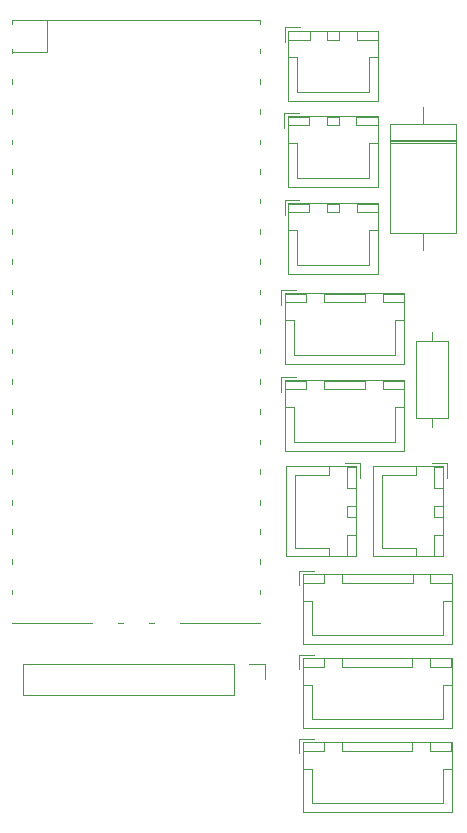
<source format=gbr>
%TF.GenerationSoftware,KiCad,Pcbnew,7.0.2*%
%TF.CreationDate,2023-09-09T23:31:49+02:00*%
%TF.ProjectId,Husvagn,48757376-6167-46e2-9e6b-696361645f70,rev?*%
%TF.SameCoordinates,Original*%
%TF.FileFunction,Legend,Top*%
%TF.FilePolarity,Positive*%
%FSLAX46Y46*%
G04 Gerber Fmt 4.6, Leading zero omitted, Abs format (unit mm)*
G04 Created by KiCad (PCBNEW 7.0.2) date 2023-09-09 23:31:49*
%MOMM*%
%LPD*%
G01*
G04 APERTURE LIST*
%ADD10C,0.120000*%
G04 APERTURE END LIST*
D10*
%TO.C,Screen3*%
X171216000Y-126953000D02*
X158596000Y-126953000D01*
X171206000Y-129213000D02*
X170456000Y-129213000D01*
X170456000Y-132163000D02*
X164906000Y-132163000D01*
X158606000Y-129213000D02*
X159356000Y-129213000D01*
X158596000Y-132923000D02*
X171216000Y-132923000D01*
X158596000Y-126953000D02*
X158596000Y-132923000D01*
X171216000Y-132923000D02*
X171216000Y-126953000D01*
X169406000Y-127713000D02*
X171206000Y-127713000D01*
X167906000Y-127713000D02*
X167906000Y-126963000D01*
X159556000Y-126663000D02*
X158306000Y-126663000D01*
X170456000Y-129213000D02*
X170456000Y-132163000D01*
X160406000Y-127713000D02*
X160406000Y-126963000D01*
X158306000Y-126663000D02*
X158306000Y-127913000D01*
X158606000Y-126963000D02*
X158606000Y-127713000D01*
X171206000Y-126963000D02*
X169406000Y-126963000D01*
X158606000Y-127713000D02*
X160406000Y-127713000D01*
X169406000Y-126963000D02*
X169406000Y-127713000D01*
X159356000Y-129213000D02*
X159356000Y-132163000D01*
X167906000Y-126963000D02*
X161906000Y-126963000D01*
X160406000Y-126963000D02*
X158606000Y-126963000D01*
X171206000Y-127713000D02*
X171206000Y-126963000D01*
X159356000Y-132163000D02*
X164906000Y-132163000D01*
X161906000Y-127713000D02*
X167906000Y-127713000D01*
X161906000Y-126963000D02*
X161906000Y-127713000D01*
%TO.C,Screen2*%
X171216000Y-119841000D02*
X158596000Y-119841000D01*
X171206000Y-122101000D02*
X170456000Y-122101000D01*
X170456000Y-125051000D02*
X164906000Y-125051000D01*
X158606000Y-122101000D02*
X159356000Y-122101000D01*
X158596000Y-125811000D02*
X171216000Y-125811000D01*
X158596000Y-119841000D02*
X158596000Y-125811000D01*
X171216000Y-125811000D02*
X171216000Y-119841000D01*
X169406000Y-120601000D02*
X171206000Y-120601000D01*
X167906000Y-120601000D02*
X167906000Y-119851000D01*
X159556000Y-119551000D02*
X158306000Y-119551000D01*
X170456000Y-122101000D02*
X170456000Y-125051000D01*
X160406000Y-120601000D02*
X160406000Y-119851000D01*
X158306000Y-119551000D02*
X158306000Y-120801000D01*
X158606000Y-119851000D02*
X158606000Y-120601000D01*
X171206000Y-119851000D02*
X169406000Y-119851000D01*
X158606000Y-120601000D02*
X160406000Y-120601000D01*
X169406000Y-119851000D02*
X169406000Y-120601000D01*
X159356000Y-122101000D02*
X159356000Y-125051000D01*
X167906000Y-119851000D02*
X161906000Y-119851000D01*
X160406000Y-119851000D02*
X158606000Y-119851000D01*
X171206000Y-120601000D02*
X171206000Y-119851000D01*
X159356000Y-125051000D02*
X164906000Y-125051000D01*
X161906000Y-120601000D02*
X167906000Y-120601000D01*
X161906000Y-119851000D02*
X161906000Y-120601000D01*
%TO.C,J3*%
X166439000Y-101556000D02*
X162139000Y-101556000D01*
X167189000Y-96356000D02*
X165389000Y-96356000D01*
X158889000Y-96356000D02*
X157089000Y-96356000D01*
X165389000Y-96356000D02*
X165389000Y-97106000D01*
X167189000Y-98606000D02*
X166439000Y-98606000D01*
X166439000Y-98606000D02*
X166439000Y-101556000D01*
X163889000Y-96356000D02*
X160389000Y-96356000D01*
X167189000Y-97106000D02*
X167189000Y-96356000D01*
X158039000Y-96056000D02*
X156789000Y-96056000D01*
X167199000Y-96346000D02*
X157079000Y-96346000D01*
X157089000Y-96356000D02*
X157089000Y-97106000D01*
X157839000Y-101556000D02*
X162139000Y-101556000D01*
X163889000Y-97106000D02*
X163889000Y-96356000D01*
X157079000Y-96346000D02*
X157079000Y-102316000D01*
X157089000Y-98606000D02*
X157839000Y-98606000D01*
X157839000Y-98606000D02*
X157839000Y-101556000D01*
X165389000Y-97106000D02*
X167189000Y-97106000D01*
X158889000Y-97106000D02*
X158889000Y-96356000D01*
X160389000Y-96356000D02*
X160389000Y-97106000D01*
X167199000Y-102316000D02*
X167199000Y-96346000D01*
X157089000Y-97106000D02*
X158889000Y-97106000D01*
X160389000Y-97106000D02*
X163889000Y-97106000D01*
X157079000Y-102316000D02*
X167199000Y-102316000D01*
X156789000Y-96056000D02*
X156789000Y-97306000D01*
%TO.C,ScreenSW3*%
X168238000Y-111242000D02*
X168238000Y-110492000D01*
X168238000Y-110492000D02*
X165288000Y-110492000D01*
X165288000Y-110492000D02*
X165288000Y-107442000D01*
X168238000Y-104392000D02*
X165288000Y-104392000D01*
X170488000Y-107942000D02*
X170488000Y-106942000D01*
X170488000Y-106942000D02*
X169738000Y-106942000D01*
X169738000Y-106942000D02*
X169738000Y-107942000D01*
X169738000Y-109442000D02*
X169738000Y-111242000D01*
X170488000Y-111242000D02*
X170488000Y-109442000D01*
X170788000Y-103342000D02*
X169538000Y-103342000D01*
X170498000Y-103632000D02*
X164528000Y-103632000D01*
X170488000Y-103642000D02*
X169738000Y-103642000D01*
X164528000Y-103632000D02*
X164528000Y-111252000D01*
X169738000Y-107942000D02*
X170488000Y-107942000D01*
X168238000Y-103642000D02*
X168238000Y-104392000D01*
X169738000Y-103642000D02*
X169738000Y-105442000D01*
X170788000Y-104592000D02*
X170788000Y-103342000D01*
X169738000Y-111242000D02*
X170488000Y-111242000D01*
X170488000Y-105442000D02*
X170488000Y-103642000D01*
X170498000Y-111252000D02*
X170498000Y-103632000D01*
X165288000Y-104392000D02*
X165288000Y-107442000D01*
X170488000Y-109442000D02*
X169738000Y-109442000D01*
X164528000Y-111252000D02*
X170498000Y-111252000D01*
X169738000Y-105442000D02*
X170488000Y-105442000D01*
%TO.C,U1*%
X133984000Y-65863000D02*
X133984000Y-66163000D01*
X133984000Y-65863000D02*
X154984000Y-65863000D01*
X133984000Y-68263000D02*
X133984000Y-68663000D01*
X133984000Y-68530000D02*
X136991000Y-68530000D01*
X133984000Y-70863000D02*
X133984000Y-71263000D01*
X133984000Y-73363000D02*
X133984000Y-73763000D01*
X133984000Y-75963000D02*
X133984000Y-76363000D01*
X133984000Y-78463000D02*
X133984000Y-78863000D01*
X133984000Y-80963000D02*
X133984000Y-81363000D01*
X133984000Y-83563000D02*
X133984000Y-83963000D01*
X133984000Y-86063000D02*
X133984000Y-86463000D01*
X133984000Y-88663000D02*
X133984000Y-89063000D01*
X133984000Y-91163000D02*
X133984000Y-91563000D01*
X133984000Y-93663000D02*
X133984000Y-94063000D01*
X133984000Y-96263000D02*
X133984000Y-96663000D01*
X133984000Y-98763000D02*
X133984000Y-99163000D01*
X133984000Y-101363000D02*
X133984000Y-101763000D01*
X133984000Y-103863000D02*
X133984000Y-104263000D01*
X133984000Y-106463000D02*
X133984000Y-106863000D01*
X133984000Y-108963000D02*
X133984000Y-109363000D01*
X133984000Y-111463000D02*
X133984000Y-111863000D01*
X133984000Y-114063000D02*
X133984000Y-114463000D01*
X136991000Y-68530000D02*
X136991000Y-65863000D01*
X140784000Y-116863000D02*
X133984000Y-116863000D01*
X142984000Y-116863000D02*
X143384000Y-116863000D01*
X145584000Y-116863000D02*
X145984000Y-116863000D01*
X154984000Y-65863000D02*
X154984000Y-66163000D01*
X154984000Y-68263000D02*
X154984000Y-68663000D01*
X154984000Y-70863000D02*
X154984000Y-71263000D01*
X154984000Y-73363000D02*
X154984000Y-73763000D01*
X154984000Y-75963000D02*
X154984000Y-76363000D01*
X154984000Y-78463000D02*
X154984000Y-78863000D01*
X154984000Y-80963000D02*
X154984000Y-81363000D01*
X154984000Y-83563000D02*
X154984000Y-83963000D01*
X154984000Y-86063000D02*
X154984000Y-86463000D01*
X154984000Y-88663000D02*
X154984000Y-89063000D01*
X154984000Y-91163000D02*
X154984000Y-91563000D01*
X154984000Y-93663000D02*
X154984000Y-94063000D01*
X154984000Y-96263000D02*
X154984000Y-96663000D01*
X154984000Y-98763000D02*
X154984000Y-99163000D01*
X154984000Y-101363000D02*
X154984000Y-101763000D01*
X154984000Y-103863000D02*
X154984000Y-104263000D01*
X154984000Y-106463000D02*
X154984000Y-106863000D01*
X154984000Y-108963000D02*
X154984000Y-109363000D01*
X154984000Y-111463000D02*
X154984000Y-111863000D01*
X154984000Y-114063000D02*
X154984000Y-114463000D01*
X154984000Y-116863000D02*
X148184000Y-116863000D01*
%TO.C,J1*%
X166439000Y-94190000D02*
X162139000Y-94190000D01*
X167189000Y-88990000D02*
X165389000Y-88990000D01*
X158889000Y-88990000D02*
X157089000Y-88990000D01*
X165389000Y-88990000D02*
X165389000Y-89740000D01*
X167189000Y-91240000D02*
X166439000Y-91240000D01*
X166439000Y-91240000D02*
X166439000Y-94190000D01*
X163889000Y-88990000D02*
X160389000Y-88990000D01*
X167189000Y-89740000D02*
X167189000Y-88990000D01*
X158039000Y-88690000D02*
X156789000Y-88690000D01*
X167199000Y-88980000D02*
X157079000Y-88980000D01*
X157089000Y-88990000D02*
X157089000Y-89740000D01*
X157839000Y-94190000D02*
X162139000Y-94190000D01*
X163889000Y-89740000D02*
X163889000Y-88990000D01*
X157079000Y-88980000D02*
X157079000Y-94950000D01*
X157089000Y-91240000D02*
X157839000Y-91240000D01*
X157839000Y-91240000D02*
X157839000Y-94190000D01*
X165389000Y-89740000D02*
X167189000Y-89740000D01*
X158889000Y-89740000D02*
X158889000Y-88990000D01*
X160389000Y-88990000D02*
X160389000Y-89740000D01*
X167199000Y-94950000D02*
X167199000Y-88980000D01*
X157089000Y-89740000D02*
X158889000Y-89740000D01*
X160389000Y-89740000D02*
X163889000Y-89740000D01*
X157079000Y-94950000D02*
X167199000Y-94950000D01*
X156789000Y-88690000D02*
X156789000Y-89940000D01*
%TO.C,D1*%
X168783000Y-73168000D02*
X168783000Y-74628000D01*
X171553000Y-74628000D02*
X166013000Y-74628000D01*
X166013000Y-74628000D02*
X166013000Y-83868000D01*
X171553000Y-75978000D02*
X166013000Y-75978000D01*
X171553000Y-76098000D02*
X166013000Y-76098000D01*
X171553000Y-76218000D02*
X166013000Y-76218000D01*
X171553000Y-83868000D02*
X171553000Y-74628000D01*
X166013000Y-83868000D02*
X171553000Y-83868000D01*
X168783000Y-85328000D02*
X168783000Y-83868000D01*
%TO.C,Screen1*%
X171223000Y-118699000D02*
X171223000Y-112729000D01*
X171223000Y-112729000D02*
X158603000Y-112729000D01*
X171213000Y-114989000D02*
X170463000Y-114989000D01*
X171213000Y-113489000D02*
X171213000Y-112739000D01*
X171213000Y-112739000D02*
X169413000Y-112739000D01*
X170463000Y-117939000D02*
X164913000Y-117939000D01*
X170463000Y-114989000D02*
X170463000Y-117939000D01*
X169413000Y-113489000D02*
X171213000Y-113489000D01*
X169413000Y-112739000D02*
X169413000Y-113489000D01*
X167913000Y-113489000D02*
X167913000Y-112739000D01*
X167913000Y-112739000D02*
X161913000Y-112739000D01*
X161913000Y-113489000D02*
X167913000Y-113489000D01*
X161913000Y-112739000D02*
X161913000Y-113489000D01*
X160413000Y-113489000D02*
X160413000Y-112739000D01*
X160413000Y-112739000D02*
X158613000Y-112739000D01*
X159563000Y-112439000D02*
X158313000Y-112439000D01*
X159363000Y-117939000D02*
X164913000Y-117939000D01*
X159363000Y-114989000D02*
X159363000Y-117939000D01*
X158613000Y-114989000D02*
X159363000Y-114989000D01*
X158613000Y-113489000D02*
X160413000Y-113489000D01*
X158613000Y-112739000D02*
X158613000Y-113489000D01*
X158603000Y-118699000D02*
X171223000Y-118699000D01*
X158603000Y-112729000D02*
X158603000Y-118699000D01*
X158313000Y-112439000D02*
X158313000Y-113689000D01*
%TO.C,ScreenSW1*%
X157083000Y-81070000D02*
X157083000Y-82320000D01*
X157373000Y-81360000D02*
X157373000Y-87330000D01*
X157373000Y-87330000D02*
X164993000Y-87330000D01*
X157383000Y-81370000D02*
X157383000Y-82120000D01*
X157383000Y-82120000D02*
X159183000Y-82120000D01*
X157383000Y-83620000D02*
X158133000Y-83620000D01*
X158133000Y-83620000D02*
X158133000Y-86570000D01*
X158133000Y-86570000D02*
X161183000Y-86570000D01*
X158333000Y-81070000D02*
X157083000Y-81070000D01*
X159183000Y-81370000D02*
X157383000Y-81370000D01*
X159183000Y-82120000D02*
X159183000Y-81370000D01*
X160683000Y-81370000D02*
X160683000Y-82120000D01*
X160683000Y-82120000D02*
X161683000Y-82120000D01*
X161683000Y-81370000D02*
X160683000Y-81370000D01*
X161683000Y-82120000D02*
X161683000Y-81370000D01*
X163183000Y-81370000D02*
X163183000Y-82120000D01*
X163183000Y-82120000D02*
X164983000Y-82120000D01*
X164233000Y-83620000D02*
X164233000Y-86570000D01*
X164233000Y-86570000D02*
X161183000Y-86570000D01*
X164983000Y-81370000D02*
X163183000Y-81370000D01*
X164983000Y-82120000D02*
X164983000Y-81370000D01*
X164983000Y-83620000D02*
X164233000Y-83620000D01*
X164993000Y-81360000D02*
X157373000Y-81360000D01*
X164993000Y-87330000D02*
X164993000Y-81360000D01*
%TO.C,Power1*%
X157043000Y-73704000D02*
X157043000Y-74954000D01*
X157333000Y-73994000D02*
X157333000Y-79964000D01*
X157333000Y-79964000D02*
X164953000Y-79964000D01*
X157343000Y-74004000D02*
X157343000Y-74754000D01*
X157343000Y-74754000D02*
X159143000Y-74754000D01*
X157343000Y-76254000D02*
X158093000Y-76254000D01*
X158093000Y-76254000D02*
X158093000Y-79204000D01*
X158093000Y-79204000D02*
X161143000Y-79204000D01*
X158293000Y-73704000D02*
X157043000Y-73704000D01*
X159143000Y-74004000D02*
X157343000Y-74004000D01*
X159143000Y-74754000D02*
X159143000Y-74004000D01*
X160643000Y-74004000D02*
X160643000Y-74754000D01*
X160643000Y-74754000D02*
X161643000Y-74754000D01*
X161643000Y-74004000D02*
X160643000Y-74004000D01*
X161643000Y-74754000D02*
X161643000Y-74004000D01*
X163143000Y-74004000D02*
X163143000Y-74754000D01*
X163143000Y-74754000D02*
X164943000Y-74754000D01*
X164193000Y-76254000D02*
X164193000Y-79204000D01*
X164193000Y-79204000D02*
X161143000Y-79204000D01*
X164943000Y-74004000D02*
X163143000Y-74004000D01*
X164943000Y-74754000D02*
X164943000Y-74004000D01*
X164943000Y-76254000D02*
X164193000Y-76254000D01*
X164953000Y-73994000D02*
X157333000Y-73994000D01*
X164953000Y-79964000D02*
X164953000Y-73994000D01*
%TO.C,ScreenSW2*%
X163422000Y-103342000D02*
X162172000Y-103342000D01*
X163132000Y-103632000D02*
X157162000Y-103632000D01*
X157162000Y-103632000D02*
X157162000Y-111252000D01*
X163122000Y-103642000D02*
X162372000Y-103642000D01*
X162372000Y-103642000D02*
X162372000Y-105442000D01*
X160872000Y-103642000D02*
X160872000Y-104392000D01*
X160872000Y-104392000D02*
X157922000Y-104392000D01*
X157922000Y-104392000D02*
X157922000Y-107442000D01*
X163422000Y-104592000D02*
X163422000Y-103342000D01*
X163122000Y-105442000D02*
X163122000Y-103642000D01*
X162372000Y-105442000D02*
X163122000Y-105442000D01*
X163122000Y-106942000D02*
X162372000Y-106942000D01*
X162372000Y-106942000D02*
X162372000Y-107942000D01*
X163122000Y-107942000D02*
X163122000Y-106942000D01*
X162372000Y-107942000D02*
X163122000Y-107942000D01*
X163122000Y-109442000D02*
X162372000Y-109442000D01*
X162372000Y-109442000D02*
X162372000Y-111242000D01*
X160872000Y-110492000D02*
X157922000Y-110492000D01*
X157922000Y-110492000D02*
X157922000Y-107442000D01*
X163122000Y-111242000D02*
X163122000Y-109442000D01*
X162372000Y-111242000D02*
X163122000Y-111242000D01*
X160872000Y-111242000D02*
X160872000Y-110492000D01*
X163132000Y-111252000D02*
X163132000Y-103632000D01*
X157162000Y-111252000D02*
X163132000Y-111252000D01*
%TO.C,MPU6050*%
X155381000Y-120336000D02*
X155381000Y-121666000D01*
X154051000Y-120336000D02*
X155381000Y-120336000D01*
X152781000Y-120336000D02*
X134941000Y-120336000D01*
X152781000Y-120336000D02*
X152781000Y-122996000D01*
X134941000Y-120336000D02*
X134941000Y-122996000D01*
X152781000Y-122996000D02*
X134941000Y-122996000D01*
%TO.C,Switch1*%
X157089000Y-66438000D02*
X157089000Y-67688000D01*
X157379000Y-66728000D02*
X157379000Y-72698000D01*
X157379000Y-72698000D02*
X164999000Y-72698000D01*
X157389000Y-66738000D02*
X157389000Y-67488000D01*
X157389000Y-67488000D02*
X159189000Y-67488000D01*
X157389000Y-68988000D02*
X158139000Y-68988000D01*
X158139000Y-68988000D02*
X158139000Y-71938000D01*
X158139000Y-71938000D02*
X161189000Y-71938000D01*
X158339000Y-66438000D02*
X157089000Y-66438000D01*
X159189000Y-66738000D02*
X157389000Y-66738000D01*
X159189000Y-67488000D02*
X159189000Y-66738000D01*
X160689000Y-66738000D02*
X160689000Y-67488000D01*
X160689000Y-67488000D02*
X161689000Y-67488000D01*
X161689000Y-66738000D02*
X160689000Y-66738000D01*
X161689000Y-67488000D02*
X161689000Y-66738000D01*
X163189000Y-66738000D02*
X163189000Y-67488000D01*
X163189000Y-67488000D02*
X164989000Y-67488000D01*
X164239000Y-68988000D02*
X164239000Y-71938000D01*
X164239000Y-71938000D02*
X161189000Y-71938000D01*
X164989000Y-66738000D02*
X163189000Y-66738000D01*
X164989000Y-67488000D02*
X164989000Y-66738000D01*
X164989000Y-68988000D02*
X164239000Y-68988000D01*
X164999000Y-66728000D02*
X157379000Y-66728000D01*
X164999000Y-72698000D02*
X164999000Y-66728000D01*
%TO.C,R1*%
X169545000Y-92226000D02*
X169545000Y-92996000D01*
X170915000Y-92996000D02*
X168175000Y-92996000D01*
X168175000Y-92996000D02*
X168175000Y-99536000D01*
X170915000Y-99536000D02*
X170915000Y-92996000D01*
X168175000Y-99536000D02*
X170915000Y-99536000D01*
X169545000Y-100306000D02*
X169545000Y-99536000D01*
%TD*%
M02*

</source>
